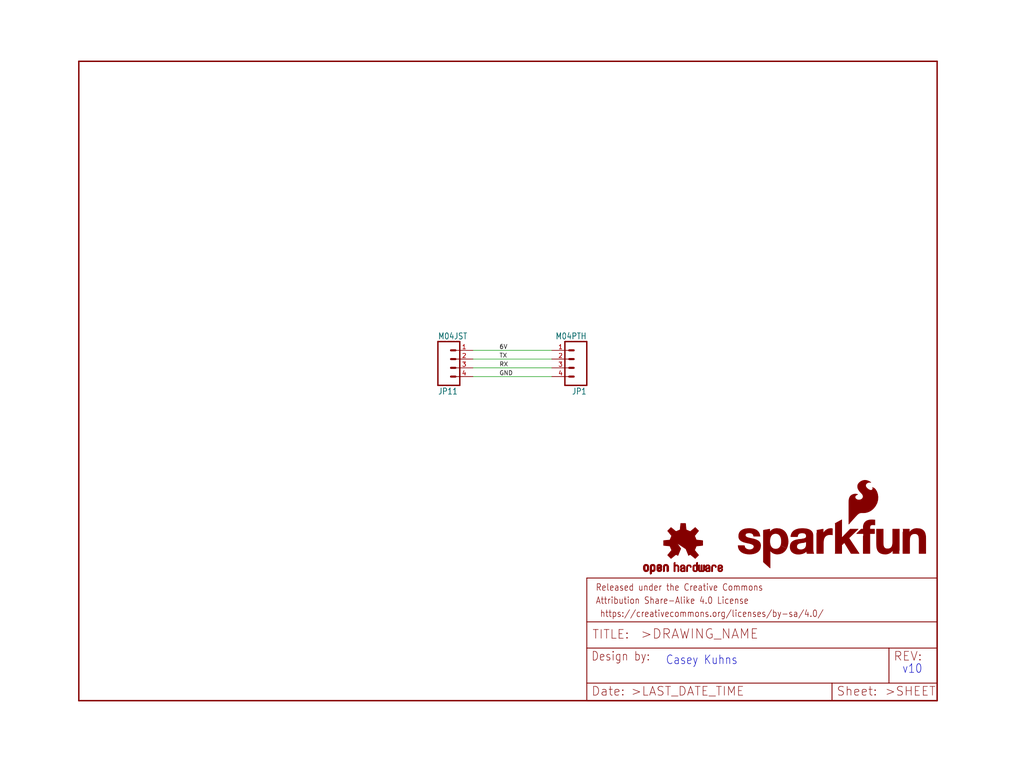
<source format=kicad_sch>
(kicad_sch (version 20211123) (generator eeschema)
  (paper "User" 297.002 223.926)
  (lib_symbols
    (symbol "eagleSchem-eagle-import:FRAME-LETTER"
      (symbol "FRAME-LETTER_2_0"
        (text " https://creativecommons.org/licenses/by-sa/4.0/" (at 2.54 24.13 0) (effects (font (size 1.9304 1.6408)) (justify left bottom)))
        (text ">DRAWING_NAME" (at 15.494 17.78 0) (effects (font (size 2.7432 2.7432)) (justify left bottom)))
        (text ">LAST_DATE_TIME" (at 12.7 1.27 0) (effects (font (size 2.54 2.54)) (justify left bottom)))
        (text ">SHEET" (at 86.36 1.27 0) (effects (font (size 2.54 2.54)) (justify left bottom)))
        (text "Attribution Share-Alike 4.0 License" (at 2.54 27.94 0) (effects (font (size 1.9304 1.6408)) (justify left bottom)))
        (text "Date:" (at 1.27 1.27 0) (effects (font (size 2.54 2.54)) (justify left bottom)))
        (text "Design by:" (at 1.27 11.43 0) (effects (font (size 2.54 2.159)) (justify left bottom)))
        (text "Released under the Creative Commons" (at 2.54 31.75 0) (effects (font (size 1.9304 1.6408)) (justify left bottom)))
        (text "REV:" (at 88.9 11.43 0) (effects (font (size 2.54 2.54)) (justify left bottom)))
        (text "Sheet:" (at 72.39 1.27 0) (effects (font (size 2.54 2.54)) (justify left bottom)))
        (text "TITLE:" (at 1.524 17.78 0) (effects (font (size 2.54 2.54)) (justify left bottom)))
      )
    )
    (symbol "eagleSchem-eagle-import:M04JST"
      (property "Reference" "JP" (at -5.08 8.382 0))
      (property "Value" "M04JST" (at -5.08 -7.62 0))
      (symbol "M04JST_1_0"
        (pin passive line (at 5.08 -2.54 180) (length 5.08) (name "1") (number "1"))
        (pin passive line (at 5.08 0 180) (length 5.08) (name "2") (number "2"))
        (pin passive line (at 5.08 2.54 180) (length 5.08) (name "3") (number "3"))
        (pin passive line (at 5.08 5.08 180) (length 5.08) (name "4") (number "4"))
      )
    )
    (symbol "eagleSchem-eagle-import:M04PTH"
      (property "Reference" "JP" (at -5.08 8.382 0))
      (property "Value" "M04PTH" (at -5.08 -7.62 0))
      (symbol "M04PTH_1_0"
        (pin passive line (at 5.08 -2.54 180) (length 5.08) (name "1") (number "1"))
        (pin passive line (at 5.08 0 180) (length 5.08) (name "2") (number "2"))
        (pin passive line (at 5.08 2.54 180) (length 5.08) (name "3") (number "3"))
        (pin passive line (at 5.08 5.08 180) (length 5.08) (name "4") (number "4"))
      )
    )
    (symbol "eagleSchem-eagle-import:OSHW-LOGOS")
    (symbol "eagleSchem-eagle-import:SFE_LOGO_NAME_FLAME.1_INCH")
  )
  (wire (pts (xy 160.02 106.68) (xy 137.16 106.68)))
  (wire (pts (xy 160.02 104.14) (xy 137.16 104.14)))
  (wire (pts (xy 160.02 101.6) (xy 137.16 101.6)))
  (wire (pts (xy 160.02 109.22) (xy 137.16 109.22)))
  (text "Casey Kuhns" (at 193.04 193.04 180) (effects (font (size 2.54 2.159)) (justify left bottom)))
  (text "v10" (at 261.62 195.58 180) (effects (font (size 2.54 2.159)) (justify left bottom)))
  (label "RX" (at 144.78 106.68 0) (effects (font (size 1.2446 1.2446))))
  (label "6V" (at 144.78 101.6 0) (effects (font (size 1.2446 1.2446))))
  (label "GND" (at 144.78 109.22 0) (effects (font (size 1.2446 1.2446))))
  (label "TX" (at 144.78 104.14 0) (effects (font (size 1.2446 1.2446))))
  (symbol (lib_id "eagleSchem-eagle-import:M04JST") (at 132.08 104.14 0) (mirror x) (unit 1)
    (property "Reference" "JP11" (at 127 112.522 0) (effects (font (size 1.778 1.5113)) (justify left bottom)))
    (property "Value" "M04JST" (at 127 96.52 0) (effects (font (size 1.778 1.5113)) (justify left bottom)))
    (property "Footprint" "eagleSchem:1X04-1.5MM_JST" (effects hide))
  )
  (symbol (lib_id "eagleSchem-eagle-import:FRAME-LETTER") (at 170.18 203.2 0) (unit 2)
    (property "Reference" "FRAME1" (effects hide))
    (property "Value" "FRAME-LETTER" (effects hide))
    (property "Footprint" "eagleSchem:CREATIVE_COMMONS" (effects hide))
  )
  (symbol (lib_id "eagleSchem-eagle-import:FRAME-LETTER") (at 22.86 203.2 0) (unit 1)
    (property "Reference" "FRAME1" (effects hide))
    (property "Value" "FRAME-LETTER" (effects hide))
    (property "Footprint" "eagleSchem:CREATIVE_COMMONS" (effects hide))
  )
  (symbol (lib_id "eagleSchem-eagle-import:OSHW-LOGOS") (at 198.12 157.48 0) (unit 1)
    (property "Reference" "LOGO2" (effects hide))
    (property "Value" "OSHW-LOGOS" (effects hide))
    (property "Footprint" "eagleSchem:OSHW-LOGO-S" (effects hide))
  )
  (symbol (lib_id "eagleSchem-eagle-import:SFE_LOGO_NAME_FLAME.1_INCH") (at 213.36 165.1 0) (unit 1)
    (property "Reference" "LOGO1" (effects hide))
    (property "Value" "SFE_LOGO_NAME_FLAME.1_INCH" (effects hide))
    (property "Footprint" "eagleSchem:SFE_LOGO_NAME_FLAME_.1" (effects hide))
  )
  (symbol (lib_id "eagleSchem-eagle-import:M04PTH") (at 165.1 104.14 180) (unit 1)
    (property "Reference" "JP1" (at 170.18 112.522 0) (effects (font (size 1.778 1.5113)) (justify left bottom)))
    (property "Value" "M04PTH" (at 170.18 96.52 0) (effects (font (size 1.778 1.5113)) (justify left bottom)))
    (property "Footprint" "eagleSchem:1X04" (effects hide))
  )
)
</source>
